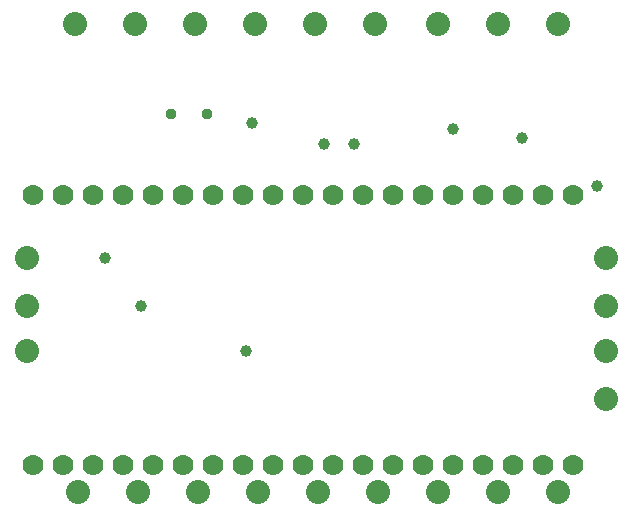
<source format=gbs>
G04 Generated by Ultiboard 12.0 *
%FSLAX25Y25*%
%MOIN*%

%ADD10C,0.00001*%
%ADD11C,0.08000*%
%ADD12C,0.03937*%
%ADD13C,0.07000*%
%ADD14C,0.03701*%


G04 ColorRGB 9900CC for the following layer *
%LNSolder Mask Bottom*%
%LPD*%
G54D10*
G54D11*
X27000Y6000D03*
X47000Y6000D03*
X67000Y6000D03*
X87000Y6000D03*
X107000Y6000D03*
X127000Y6000D03*
X147000Y6000D03*
X167000Y6000D03*
X187000Y6000D03*
X26000Y162000D03*
X46000Y162000D03*
X66000Y162000D03*
X86000Y162000D03*
X106000Y162000D03*
X126000Y162000D03*
X203000Y84000D03*
X203000Y68000D03*
X203000Y53000D03*
X203000Y37000D03*
X147000Y162000D03*
X167000Y162000D03*
X187000Y162000D03*
X10000Y53000D03*
X10000Y68000D03*
X10000Y84000D03*
G54D12*
X36000Y84000D03*
X48000Y68000D03*
X83000Y53000D03*
X119000Y122000D03*
X109000Y122000D03*
X85000Y129000D03*
X200000Y108000D03*
X152000Y127000D03*
X175000Y124000D03*
G54D13*
X192000Y105000D03*
X182000Y105000D03*
X172000Y105000D03*
X162000Y105000D03*
X152000Y105000D03*
X142000Y105000D03*
X132000Y105000D03*
X122000Y105000D03*
X112000Y105000D03*
X102000Y105000D03*
X92000Y105000D03*
X82000Y105000D03*
X72000Y105000D03*
X62000Y105000D03*
X52000Y105000D03*
X42000Y105000D03*
X32000Y105000D03*
X22000Y105000D03*
X12000Y105000D03*
X192000Y15000D03*
X182000Y15000D03*
X172000Y15000D03*
X162000Y15000D03*
X152000Y15000D03*
X142000Y15000D03*
X132000Y15000D03*
X122000Y15000D03*
X112000Y15000D03*
X102000Y15000D03*
X92000Y15000D03*
X82000Y15000D03*
X72000Y15000D03*
X62000Y15000D03*
X52000Y15000D03*
X42000Y15000D03*
X32000Y15000D03*
X22000Y15000D03*
X12000Y15000D03*
G54D14*
X58094Y132000D03*
X69906Y132000D03*

M00*

</source>
